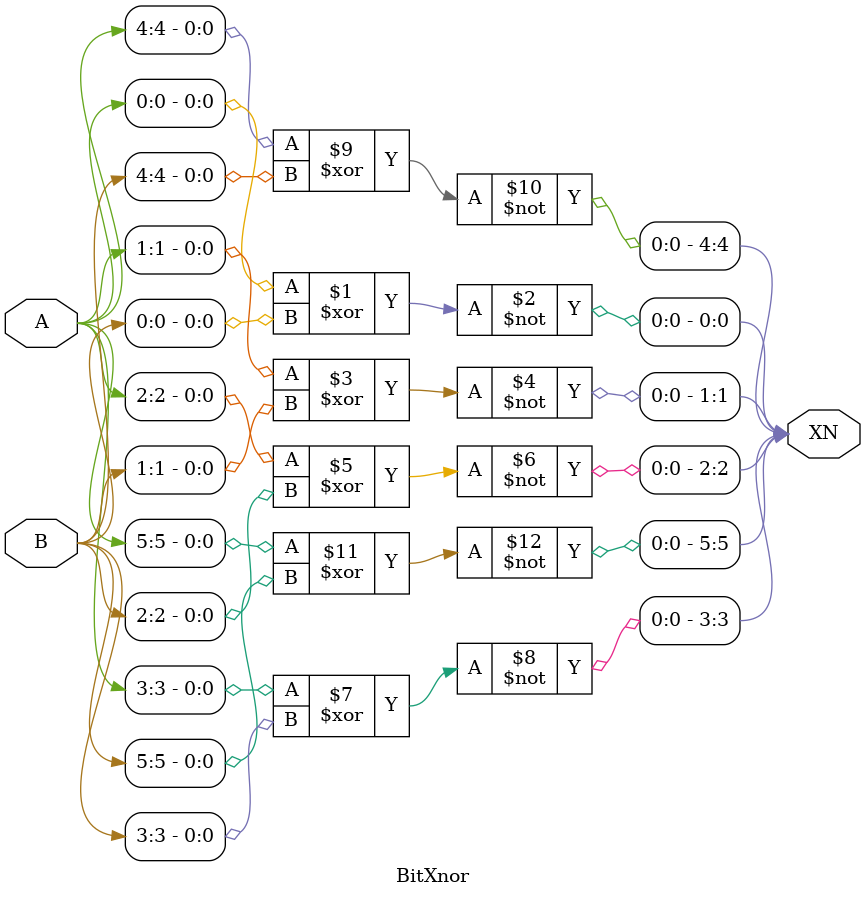
<source format=v>

module BitXnor(
input wire [5:0] A,B,
output wire [5:0] XN );
//XNOR Logic function OUT put stored and function left
xnor g1(XN[0],A[0],B[0]);
xnor g2(XN[1],A[1],B[1]);
xnor g3(XN[2],A[2],B[2]);
xnor g4(XN[3],A[3],B[3]);
xnor g5(XN[4],A[4],B[4]);
xnor g6(XN[5],A[5],B[5]);

endmodule

</source>
